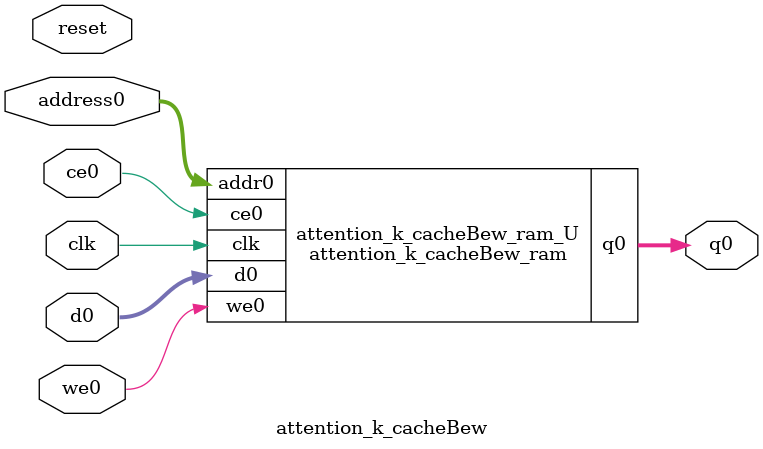
<source format=v>
`timescale 1 ns / 1 ps
module attention_k_cacheBew_ram (addr0, ce0, d0, we0, q0,  clk);

parameter DWIDTH = 40;
parameter AWIDTH = 12;
parameter MEM_SIZE = 2304;

input[AWIDTH-1:0] addr0;
input ce0;
input[DWIDTH-1:0] d0;
input we0;
output reg[DWIDTH-1:0] q0;
input clk;

(* ram_style = "block" *)reg [DWIDTH-1:0] ram[0:MEM_SIZE-1];




always @(posedge clk)  
begin 
    if (ce0) begin
        if (we0) 
            ram[addr0] <= d0; 
        q0 <= ram[addr0];
    end
end


endmodule

`timescale 1 ns / 1 ps
module attention_k_cacheBew(
    reset,
    clk,
    address0,
    ce0,
    we0,
    d0,
    q0);

parameter DataWidth = 32'd40;
parameter AddressRange = 32'd2304;
parameter AddressWidth = 32'd12;
input reset;
input clk;
input[AddressWidth - 1:0] address0;
input ce0;
input we0;
input[DataWidth - 1:0] d0;
output[DataWidth - 1:0] q0;



attention_k_cacheBew_ram attention_k_cacheBew_ram_U(
    .clk( clk ),
    .addr0( address0 ),
    .ce0( ce0 ),
    .we0( we0 ),
    .d0( d0 ),
    .q0( q0 ));

endmodule


</source>
